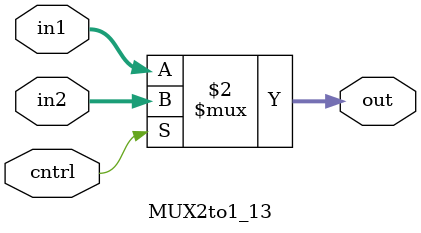
<source format=v>
/*A mux that handles 13 bits input to 13 bits output*/

module MUX2to1_13(cntrl,in1,in2,out);
input cntrl;
input [12:0] in1,in2;
output [12:0] out;
assign out = (cntrl == 1) ? in2 : in1;
endmodule

</source>
